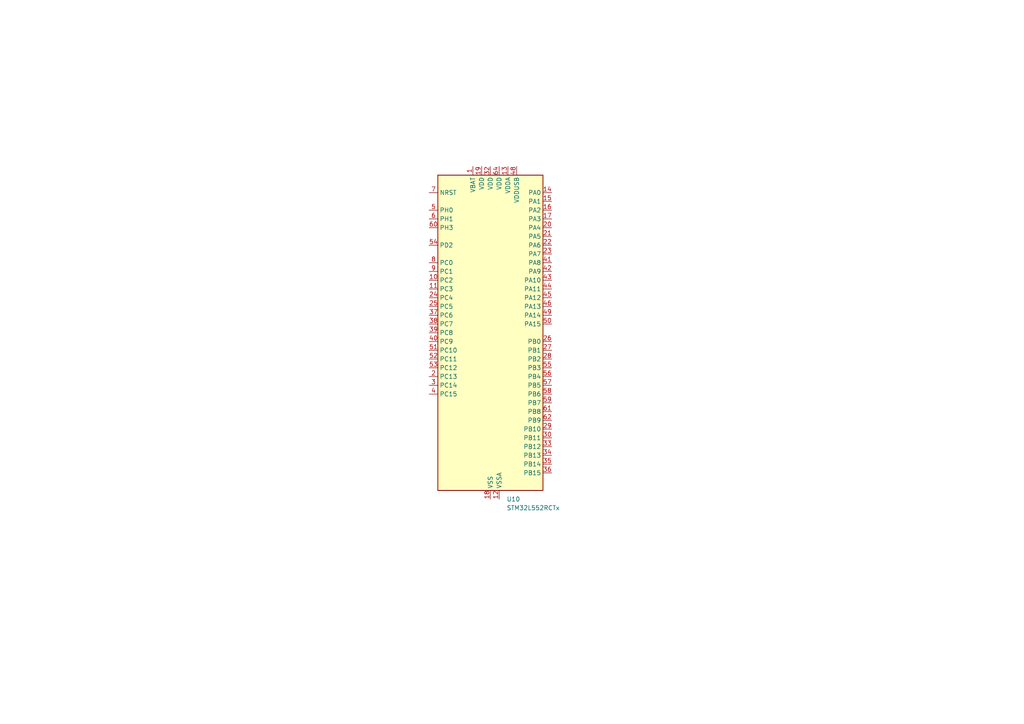
<source format=kicad_sch>
(kicad_sch (version 20250114) (generator "eeschema") (generator_version "9.0")
  (paper "A4")
  (lib_symbols
    (symbol "MCU_ST_STM32L5:STM32L552RCTx"
      (property "Reference" "U" (at -15.24 46.99 0))
      (property "Value" "STM32L552RCTx" (at 10.16 46.99 0))
      (symbol "STM32L552RCTx_0_1"
        (rectangle (start -15.24 -45.72) (end 15.24 45.72) (stroke (width 0.254)) (fill (type background)))
      )
      (symbol "STM32L552RCTx_1_1"
        (pin input line (at -17.78 40.64 0) (length 2.54) (name "NRST") (number "7"))
        (pin bidirectional line (at -17.78 35.56 0) (length 2.54) (name "PH0") (number "5"))
        (pin bidirectional line (at -17.78 33.02 0) (length 2.54) (name "PH1") (number "6"))
        (pin bidirectional line (at -17.78 30.48 0) (length 2.54) (name "PH3") (number "60"))
        (pin bidirectional line (at -17.78 25.4 0) (length 2.54) (name "PD2") (number "54"))
        (pin bidirectional line (at -17.78 20.32 0) (length 2.54) (name "PC0") (number "8"))
        (pin bidirectional line (at -17.78 17.78 0) (length 2.54) (name "PC1") (number "9"))
        (pin bidirectional line (at -17.78 15.24 0) (length 2.54) (name "PC2") (number "10"))
        (pin bidirectional line (at -17.78 12.7 0) (length 2.54) (name "PC3") (number "11"))
        (pin bidirectional line (at -17.78 10.16 0) (length 2.54) (name "PC4") (number "24"))
        (pin bidirectional line (at -17.78 7.62 0) (length 2.54) (name "PC5") (number "25"))
        (pin bidirectional line (at -17.78 5.08 0) (length 2.54) (name "PC6") (number "37"))
        (pin bidirectional line (at -17.78 2.54 0) (length 2.54) (name "PC7") (number "38"))
        (pin bidirectional line (at -17.78 0 0) (length 2.54) (name "PC8") (number "39"))
        (pin bidirectional line (at -17.78 -2.54 0) (length 2.54) (name "PC9") (number "40"))
        (pin bidirectional line (at -17.78 -5.08 0) (length 2.54) (name "PC10") (number "51"))
        (pin bidirectional line (at -17.78 -7.62 0) (length 2.54) (name "PC11") (number "52"))
        (pin bidirectional line (at -17.78 -10.16 0) (length 2.54) (name "PC12") (number "53"))
        (pin bidirectional line (at -17.78 -12.7 0) (length 2.54) (name "PC13") (number "2"))
        (pin bidirectional line (at -17.78 -15.24 0) (length 2.54) (name "PC14") (number "3"))
        (pin bidirectional line (at -17.78 -17.78 0) (length 2.54) (name "PC15") (number "4"))
        (pin power_in line (at -5.08 48.26 270) (length 2.54) (name "VBAT") (number "1"))
        (pin power_in line (at -2.54 48.26 270) (length 2.54) (name "VDD") (number "19"))
        (pin power_in line (at 0 48.26 270) (length 2.54) (name "VDD") (number "32"))
        (pin power_in line (at 0 -48.26 90) (length 2.54) (name "VSS") (number "18"))
        (pin passive line (at 0 -48.26 90) (length 2.54) (hide yes) (name "VSS") (number "31"))
        (pin passive line (at 0 -48.26 90) (length 2.54) (hide yes) (name "VSS") (number "47"))
        (pin passive line (at 0 -48.26 90) (length 2.54) (hide yes) (name "VSS") (number "63"))
        (pin power_in line (at 2.54 48.26 270) (length 2.54) (name "VDD") (number "64"))
        (pin power_in line (at 2.54 -48.26 90) (length 2.54) (name "VSSA") (number "12"))
        (pin power_in line (at 5.08 48.26 270) (length 2.54) (name "VDDA") (number "13"))
        (pin power_in line (at 7.62 48.26 270) (length 2.54) (name "VDDUSB") (number "48"))
        (pin bidirectional line (at 17.78 40.64 180) (length 2.54) (name "PA0") (number "14"))
        (pin bidirectional line (at 17.78 38.1 180) (length 2.54) (name "PA1") (number "15"))
        (pin bidirectional line (at 17.78 35.56 180) (length 2.54) (name "PA2") (number "16"))
        (pin bidirectional line (at 17.78 33.02 180) (length 2.54) (name "PA3") (number "17"))
        (pin bidirectional line (at 17.78 30.48 180) (length 2.54) (name "PA4") (number "20"))
        (pin bidirectional line (at 17.78 27.94 180) (length 2.54) (name "PA5") (number "21"))
        (pin bidirectional line (at 17.78 25.4 180) (length 2.54) (name "PA6") (number "22"))
        (pin bidirectional line (at 17.78 22.86 180) (length 2.54) (name "PA7") (number "23"))
        (pin bidirectional line (at 17.78 20.32 180) (length 2.54) (name "PA8") (number "41"))
        (pin bidirectional line (at 17.78 17.78 180) (length 2.54) (name "PA9") (number "42"))
        (pin bidirectional line (at 17.78 15.24 180) (length 2.54) (name "PA10") (number "43"))
        (pin bidirectional line (at 17.78 12.7 180) (length 2.54) (name "PA11") (number "44"))
        (pin bidirectional line (at 17.78 10.16 180) (length 2.54) (name "PA12") (number "45"))
        (pin bidirectional line (at 17.78 7.62 180) (length 2.54) (name "PA13") (number "46"))
        (pin bidirectional line (at 17.78 5.08 180) (length 2.54) (name "PA14") (number "49"))
        (pin bidirectional line (at 17.78 2.54 180) (length 2.54) (name "PA15") (number "50"))
        (pin bidirectional line (at 17.78 -2.54 180) (length 2.54) (name "PB0") (number "26"))
        (pin bidirectional line (at 17.78 -5.08 180) (length 2.54) (name "PB1") (number "27"))
        (pin bidirectional line (at 17.78 -7.62 180) (length 2.54) (name "PB2") (number "28"))
        (pin bidirectional line (at 17.78 -10.16 180) (length 2.54) (name "PB3") (number "55"))
        (pin bidirectional line (at 17.78 -12.7 180) (length 2.54) (name "PB4") (number "56"))
        (pin bidirectional line (at 17.78 -15.24 180) (length 2.54) (name "PB5") (number "57"))
        (pin bidirectional line (at 17.78 -17.78 180) (length 2.54) (name "PB6") (number "58"))
        (pin bidirectional line (at 17.78 -20.32 180) (length 2.54) (name "PB7") (number "59"))
        (pin bidirectional line (at 17.78 -22.86 180) (length 2.54) (name "PB8") (number "61"))
        (pin bidirectional line (at 17.78 -25.4 180) (length 2.54) (name "PB9") (number "62"))
        (pin bidirectional line (at 17.78 -27.94 180) (length 2.54) (name "PB10") (number "29"))
        (pin bidirectional line (at 17.78 -30.48 180) (length 2.54) (name "PB11") (number "30"))
        (pin bidirectional line (at 17.78 -33.02 180) (length 2.54) (name "PB12") (number "33"))
        (pin bidirectional line (at 17.78 -35.56 180) (length 2.54) (name "PB13") (number "34"))
        (pin bidirectional line (at 17.78 -38.1 180) (length 2.54) (name "PB14") (number "35"))
        (pin bidirectional line (at 17.78 -40.64 180) (length 2.54) (name "PB15") (number "36"))
      )
    )
  )
  (symbol (lib_id "MCU_ST_STM32L5:STM32L552RCTx") (at 142.24 96.52 0) (unit 1)
    (property "Reference" "U10" (at 146.9233 144.78 0) (effects (justify left)))
    (property "Value" "STM32L552RCTx" (at 146.9233 147.32 0) (effects (justify left)))
    (property "Footprint" "Package_QFP:LQFP-64_10x10mm_P0.5mm" (effects (hide yes)))
    (property "Datasheet" "https://www.st.com/resource/en/datasheet/stm32l552rc.pdf" (effects (hide yes)))
    (property "Description" "STMicroelectronics Arm Cortex-M33 MCU, 256KB flash, 256KB RAM, 110 MHz, 1.71-3.6V, 52 GPIO, LQFP64" (effects (hide yes)))
  )
)
</source>
